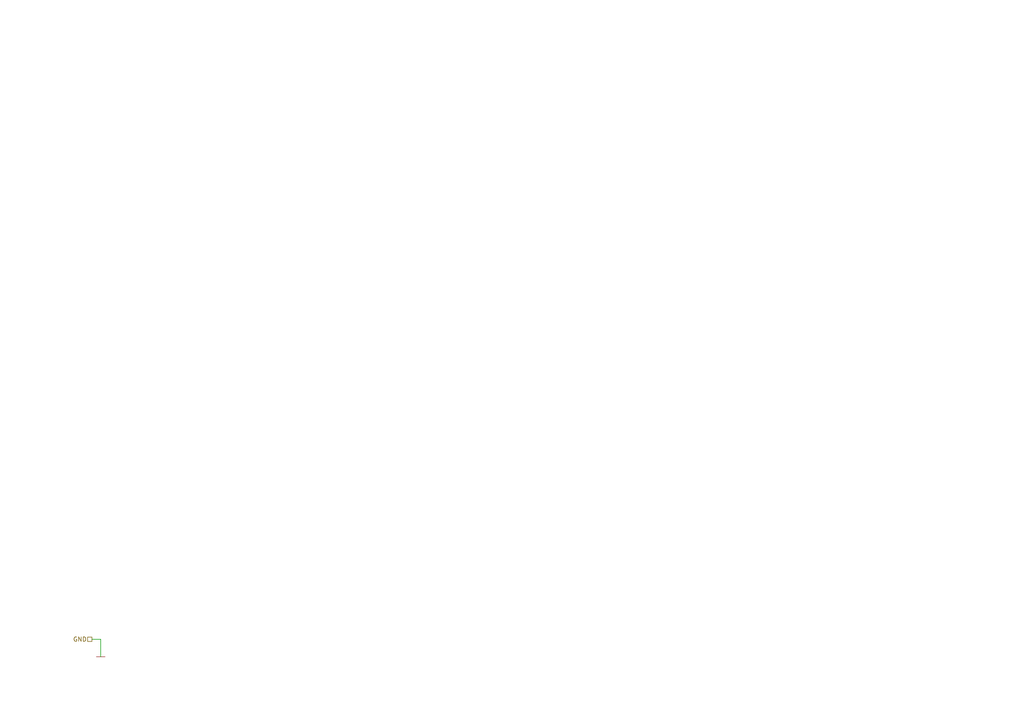
<source format=kicad_sch>
(kicad_sch (version 20200827) (generator eeschema)
  (page 2 3)
  (paper "A4")
  (lib_symbols
    (symbol "power:GND" (power) (pin_names (offset 0.254))
      (symbol "GND_0_1"
        (polyline (pts (xy -1.27 0) (xy 1.27 0)) (stroke (width 0.127)))
      )
      (symbol "GND_1_1"
        (pin power_in line (at 0 0 270) (length 0) hide (name "GND") (number "1"))
      )
    )
  )
  (wire (pts (xy 29.21 185.42) (xy 26.67 185.42)))
  (wire (pts (xy 29.21 190.5) (xy 29.21 185.42)))
  (hierarchical_label "GND" (shape passive) (at 26.67 185.42 180))
  (symbol (lib_id "power:GND") (at 29.21 190.5 0) (unit 1)
    (property "Reference" "#PWR?" (effects hide))
    (property "Value" "GND" (effects hide))
  )
)
</source>
